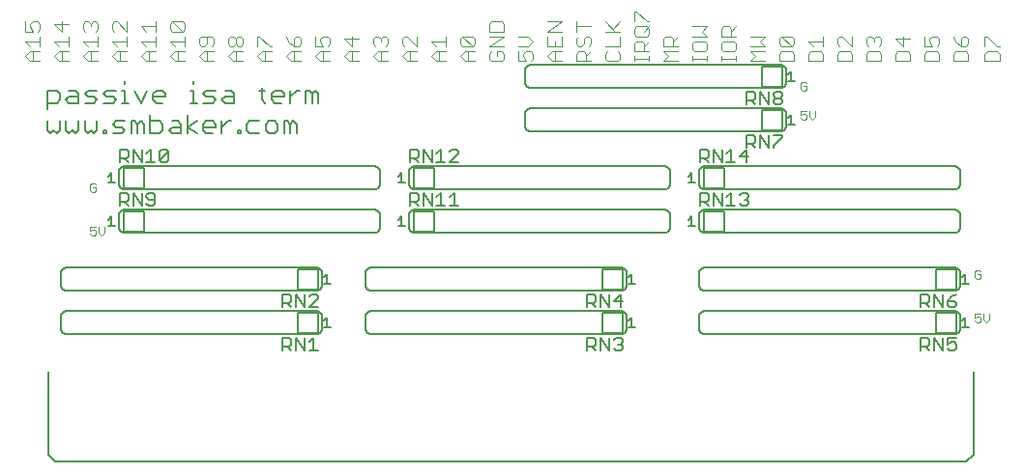
<source format=gto>
G75*
%MOIN*%
%OFA0B0*%
%FSLAX24Y24*%
%IPPOS*%
%LPD*%
%AMOC8*
5,1,8,0,0,1.08239X$1,22.5*
%
%ADD10C,0.0040*%
%ADD11C,0.0030*%
%ADD12C,0.0060*%
%ADD13C,0.0080*%
%ADD14C,0.0050*%
D10*
X000613Y013960D02*
X000440Y014133D01*
X000613Y014307D01*
X000960Y014307D01*
X000960Y014476D02*
X000960Y014823D01*
X000960Y014649D02*
X000440Y014649D01*
X000613Y014476D01*
X000700Y014307D02*
X000700Y013960D01*
X000613Y013960D02*
X000960Y013960D01*
X001440Y014133D02*
X001613Y014307D01*
X001960Y014307D01*
X001960Y014476D02*
X001960Y014823D01*
X001960Y014649D02*
X001440Y014649D01*
X001613Y014476D01*
X001700Y014307D02*
X001700Y013960D01*
X001613Y013960D02*
X001440Y014133D01*
X001613Y013960D02*
X001960Y013960D01*
X002440Y014133D02*
X002613Y014307D01*
X002960Y014307D01*
X002960Y014476D02*
X002960Y014823D01*
X002960Y014649D02*
X002440Y014649D01*
X002613Y014476D01*
X002700Y014307D02*
X002700Y013960D01*
X002613Y013960D02*
X002440Y014133D01*
X002613Y013960D02*
X002960Y013960D01*
X003440Y014133D02*
X003613Y014307D01*
X003960Y014307D01*
X003960Y014476D02*
X003960Y014823D01*
X003960Y014991D02*
X003613Y015338D01*
X003526Y015338D01*
X003440Y015252D01*
X003440Y015078D01*
X003526Y014991D01*
X003960Y014991D02*
X003960Y015338D01*
X004440Y015165D02*
X004960Y015165D01*
X004960Y015338D02*
X004960Y014991D01*
X004960Y014823D02*
X004960Y014476D01*
X004960Y014307D02*
X004613Y014307D01*
X004440Y014133D01*
X004613Y013960D01*
X004960Y013960D01*
X004700Y013960D02*
X004700Y014307D01*
X004613Y014476D02*
X004440Y014649D01*
X004960Y014649D01*
X005440Y014649D02*
X005960Y014649D01*
X005960Y014476D02*
X005960Y014823D01*
X005873Y014991D02*
X005526Y015338D01*
X005873Y015338D01*
X005960Y015252D01*
X005960Y015078D01*
X005873Y014991D01*
X005526Y014991D01*
X005440Y015078D01*
X005440Y015252D01*
X005526Y015338D01*
X004613Y014991D02*
X004440Y015165D01*
X003960Y014649D02*
X003440Y014649D01*
X003613Y014476D01*
X003700Y014307D02*
X003700Y013960D01*
X003613Y013960D02*
X003440Y014133D01*
X003613Y013960D02*
X003960Y013960D01*
X005440Y014133D02*
X005613Y014307D01*
X005960Y014307D01*
X005700Y014307D02*
X005700Y013960D01*
X005613Y013960D02*
X005440Y014133D01*
X005613Y013960D02*
X005960Y013960D01*
X006440Y014133D02*
X006613Y014307D01*
X006960Y014307D01*
X006873Y014476D02*
X006960Y014562D01*
X006960Y014736D01*
X006873Y014823D01*
X006526Y014823D01*
X006440Y014736D01*
X006440Y014562D01*
X006526Y014476D01*
X006613Y014476D01*
X006700Y014562D01*
X006700Y014823D01*
X007440Y014736D02*
X007440Y014562D01*
X007526Y014476D01*
X007613Y014476D01*
X007700Y014562D01*
X007700Y014736D01*
X007787Y014823D01*
X007873Y014823D01*
X007960Y014736D01*
X007960Y014562D01*
X007873Y014476D01*
X007787Y014476D01*
X007700Y014562D01*
X007700Y014736D02*
X007613Y014823D01*
X007526Y014823D01*
X007440Y014736D01*
X007613Y014307D02*
X007960Y014307D01*
X007700Y014307D02*
X007700Y013960D01*
X007613Y013960D02*
X007960Y013960D01*
X007613Y013960D02*
X007440Y014133D01*
X007613Y014307D01*
X006960Y013960D02*
X006613Y013960D01*
X006440Y014133D01*
X006700Y013960D02*
X006700Y014307D01*
X005613Y014476D02*
X005440Y014649D01*
X002960Y015078D02*
X002873Y014991D01*
X002960Y015078D02*
X002960Y015252D01*
X002873Y015338D01*
X002787Y015338D01*
X002700Y015252D01*
X002700Y015165D01*
X002700Y015252D02*
X002613Y015338D01*
X002526Y015338D01*
X002440Y015252D01*
X002440Y015078D01*
X002526Y014991D01*
X001960Y015252D02*
X001440Y015252D01*
X001700Y014991D01*
X001700Y015338D01*
X000960Y015252D02*
X000960Y015078D01*
X000873Y014991D01*
X000700Y014991D02*
X000613Y015165D01*
X000613Y015252D01*
X000700Y015338D01*
X000873Y015338D01*
X000960Y015252D01*
X000700Y014991D02*
X000440Y014991D01*
X000440Y015338D01*
X008440Y014823D02*
X008440Y014476D01*
X008613Y014307D02*
X008960Y014307D01*
X008960Y014476D02*
X008873Y014476D01*
X008526Y014823D01*
X008440Y014823D01*
X008613Y014307D02*
X008440Y014133D01*
X008613Y013960D01*
X008960Y013960D01*
X008700Y013960D02*
X008700Y014307D01*
X009440Y014133D02*
X009613Y013960D01*
X009960Y013960D01*
X009700Y013960D02*
X009700Y014307D01*
X009613Y014307D02*
X009960Y014307D01*
X009873Y014476D02*
X009700Y014476D01*
X009700Y014736D01*
X009787Y014823D01*
X009873Y014823D01*
X009960Y014736D01*
X009960Y014562D01*
X009873Y014476D01*
X009700Y014476D02*
X009526Y014649D01*
X009440Y014823D01*
X010440Y014823D02*
X010440Y014476D01*
X010700Y014476D01*
X010613Y014649D01*
X010613Y014736D01*
X010700Y014823D01*
X010873Y014823D01*
X010960Y014736D01*
X010960Y014562D01*
X010873Y014476D01*
X010960Y014307D02*
X010613Y014307D01*
X010440Y014133D01*
X010613Y013960D01*
X010960Y013960D01*
X010700Y013960D02*
X010700Y014307D01*
X011440Y014133D02*
X011613Y014307D01*
X011960Y014307D01*
X011700Y014307D02*
X011700Y013960D01*
X011613Y013960D02*
X011440Y014133D01*
X011613Y013960D02*
X011960Y013960D01*
X012440Y014133D02*
X012613Y014307D01*
X012960Y014307D01*
X012873Y014476D02*
X012960Y014562D01*
X012960Y014736D01*
X012873Y014823D01*
X012787Y014823D01*
X012700Y014736D01*
X012700Y014649D01*
X012700Y014736D02*
X012613Y014823D01*
X012526Y014823D01*
X012440Y014736D01*
X012440Y014562D01*
X012526Y014476D01*
X012700Y014307D02*
X012700Y013960D01*
X012613Y013960D02*
X012440Y014133D01*
X012613Y013960D02*
X012960Y013960D01*
X013440Y014133D02*
X013613Y014307D01*
X013960Y014307D01*
X013960Y014476D02*
X013613Y014823D01*
X013526Y014823D01*
X013440Y014736D01*
X013440Y014562D01*
X013526Y014476D01*
X013700Y014307D02*
X013700Y013960D01*
X013613Y013960D02*
X013440Y014133D01*
X013613Y013960D02*
X013960Y013960D01*
X014440Y014133D02*
X014613Y014307D01*
X014960Y014307D01*
X014960Y014476D02*
X014960Y014823D01*
X014960Y014649D02*
X014440Y014649D01*
X014613Y014476D01*
X014700Y014307D02*
X014700Y013960D01*
X014613Y013960D02*
X014960Y013960D01*
X014613Y013960D02*
X014440Y014133D01*
X013960Y014476D02*
X013960Y014823D01*
X015440Y014736D02*
X015440Y014562D01*
X015526Y014476D01*
X015873Y014476D01*
X015526Y014823D01*
X015873Y014823D01*
X015960Y014736D01*
X015960Y014562D01*
X015873Y014476D01*
X015960Y014307D02*
X015613Y014307D01*
X015440Y014133D01*
X015613Y013960D01*
X015960Y013960D01*
X015700Y013960D02*
X015700Y014307D01*
X015440Y014736D02*
X015526Y014823D01*
X016440Y014823D02*
X016960Y014823D01*
X016440Y014476D01*
X016960Y014476D01*
X016873Y014307D02*
X016700Y014307D01*
X016700Y014133D01*
X016873Y013960D02*
X016526Y013960D01*
X016440Y014047D01*
X016440Y014220D01*
X016526Y014307D01*
X016873Y014307D02*
X016960Y014220D01*
X016960Y014047D01*
X016873Y013960D01*
X017440Y013960D02*
X017440Y014307D01*
X017440Y014476D02*
X017787Y014476D01*
X017960Y014649D01*
X017787Y014823D01*
X017440Y014823D01*
X016960Y014991D02*
X016960Y015252D01*
X016873Y015338D01*
X016526Y015338D01*
X016440Y015252D01*
X016440Y014991D01*
X016960Y014991D01*
X017700Y014307D02*
X017873Y014307D01*
X017960Y014220D01*
X017960Y014047D01*
X017873Y013960D01*
X017700Y013960D02*
X017613Y014133D01*
X017613Y014220D01*
X017700Y014307D01*
X017700Y013960D02*
X017440Y013960D01*
X018440Y014133D02*
X018613Y014307D01*
X018960Y014307D01*
X018960Y014476D02*
X018960Y014823D01*
X018960Y014991D02*
X018440Y014991D01*
X018960Y015338D01*
X018440Y015338D01*
X018440Y014823D02*
X018440Y014476D01*
X018960Y014476D01*
X018700Y014476D02*
X018700Y014649D01*
X018700Y014307D02*
X018700Y013960D01*
X018613Y013960D02*
X018440Y014133D01*
X018613Y013960D02*
X018960Y013960D01*
X019440Y013960D02*
X019440Y014220D01*
X019526Y014307D01*
X019700Y014307D01*
X019787Y014220D01*
X019787Y013960D01*
X019960Y013960D02*
X019440Y013960D01*
X019787Y014133D02*
X019960Y014307D01*
X019873Y014476D02*
X019960Y014562D01*
X019960Y014736D01*
X019873Y014823D01*
X019787Y014823D01*
X019700Y014736D01*
X019700Y014562D01*
X019613Y014476D01*
X019526Y014476D01*
X019440Y014562D01*
X019440Y014736D01*
X019526Y014823D01*
X019440Y014991D02*
X019440Y015338D01*
X019440Y015165D02*
X019960Y015165D01*
X020440Y015338D02*
X020787Y014991D01*
X020700Y015078D02*
X020960Y015338D01*
X021440Y015335D02*
X021440Y015682D01*
X021526Y015682D01*
X021873Y015335D01*
X021960Y015335D01*
X021960Y015166D02*
X021787Y014993D01*
X021960Y015080D02*
X021960Y014906D01*
X021873Y014819D01*
X021526Y014819D01*
X021440Y014906D01*
X021440Y015080D01*
X021526Y015166D01*
X021873Y015166D01*
X021960Y015080D01*
X021960Y014651D02*
X021787Y014477D01*
X021787Y014564D02*
X021787Y014304D01*
X021960Y014304D02*
X021440Y014304D01*
X021440Y014564D01*
X021526Y014651D01*
X021700Y014651D01*
X021787Y014564D01*
X021960Y014133D02*
X021960Y013960D01*
X021960Y014047D02*
X021440Y014047D01*
X021440Y014133D02*
X021440Y013960D01*
X020960Y014047D02*
X020960Y014220D01*
X020873Y014307D01*
X020960Y014476D02*
X020440Y014476D01*
X020526Y014307D02*
X020440Y014220D01*
X020440Y014047D01*
X020526Y013960D01*
X020873Y013960D01*
X020960Y014047D01*
X020960Y014476D02*
X020960Y014823D01*
X020960Y014991D02*
X020440Y014991D01*
X022440Y014736D02*
X022440Y014476D01*
X022960Y014476D01*
X022960Y014307D02*
X022440Y014307D01*
X022613Y014133D01*
X022440Y013960D01*
X022960Y013960D01*
X023440Y013960D02*
X023440Y014133D01*
X023440Y014047D02*
X023960Y014047D01*
X023960Y014133D02*
X023960Y013960D01*
X023873Y014304D02*
X023526Y014304D01*
X023440Y014390D01*
X023440Y014564D01*
X023526Y014651D01*
X023873Y014651D01*
X023960Y014564D01*
X023960Y014390D01*
X023873Y014304D01*
X024440Y014390D02*
X024526Y014304D01*
X024873Y014304D01*
X024960Y014390D01*
X024960Y014564D01*
X024873Y014651D01*
X024526Y014651D01*
X024440Y014564D01*
X024440Y014390D01*
X024440Y014133D02*
X024440Y013960D01*
X024440Y014047D02*
X024960Y014047D01*
X024960Y014133D02*
X024960Y013960D01*
X025440Y013960D02*
X025613Y014133D01*
X025440Y014307D01*
X025960Y014307D01*
X025960Y014476D02*
X025787Y014649D01*
X025960Y014823D01*
X025440Y014823D01*
X024960Y014819D02*
X024440Y014819D01*
X024440Y015080D01*
X024526Y015166D01*
X024700Y015166D01*
X024787Y015080D01*
X024787Y014819D01*
X024787Y014993D02*
X024960Y015166D01*
X023960Y015166D02*
X023787Y014993D01*
X023960Y014819D01*
X023440Y014819D01*
X023440Y015166D02*
X023960Y015166D01*
X022960Y014823D02*
X022787Y014649D01*
X022787Y014736D02*
X022787Y014476D01*
X022787Y014736D02*
X022700Y014823D01*
X022526Y014823D01*
X022440Y014736D01*
X025440Y014476D02*
X025960Y014476D01*
X026440Y014562D02*
X026440Y014736D01*
X026526Y014823D01*
X026873Y014476D01*
X026960Y014562D01*
X026960Y014736D01*
X026873Y014823D01*
X026526Y014823D01*
X026440Y014562D02*
X026526Y014476D01*
X026873Y014476D01*
X026873Y014307D02*
X026526Y014307D01*
X026440Y014220D01*
X026440Y013960D01*
X026960Y013960D01*
X026960Y014220D01*
X026873Y014307D01*
X027440Y014220D02*
X027440Y013960D01*
X027960Y013960D01*
X027960Y014220D01*
X027873Y014307D01*
X027526Y014307D01*
X027440Y014220D01*
X027613Y014476D02*
X027440Y014649D01*
X027960Y014649D01*
X027960Y014476D02*
X027960Y014823D01*
X028440Y014736D02*
X028440Y014562D01*
X028526Y014476D01*
X028526Y014307D02*
X028440Y014220D01*
X028440Y013960D01*
X028960Y013960D01*
X028960Y014220D01*
X028873Y014307D01*
X028526Y014307D01*
X028440Y014736D02*
X028526Y014823D01*
X028613Y014823D01*
X028960Y014476D01*
X028960Y014823D01*
X029440Y014736D02*
X029526Y014823D01*
X029613Y014823D01*
X029700Y014736D01*
X029787Y014823D01*
X029873Y014823D01*
X029960Y014736D01*
X029960Y014562D01*
X029873Y014476D01*
X029873Y014307D02*
X029526Y014307D01*
X029440Y014220D01*
X029440Y013960D01*
X029960Y013960D01*
X029960Y014220D01*
X029873Y014307D01*
X029526Y014476D02*
X029440Y014562D01*
X029440Y014736D01*
X029700Y014736D02*
X029700Y014649D01*
X030440Y014736D02*
X030700Y014476D01*
X030700Y014823D01*
X030960Y014736D02*
X030440Y014736D01*
X030526Y014307D02*
X030440Y014220D01*
X030440Y013960D01*
X030960Y013960D01*
X030960Y014220D01*
X030873Y014307D01*
X030526Y014307D01*
X031440Y014220D02*
X031440Y013960D01*
X031960Y013960D01*
X031960Y014220D01*
X031873Y014307D01*
X031526Y014307D01*
X031440Y014220D01*
X031440Y014476D02*
X031700Y014476D01*
X031613Y014649D01*
X031613Y014736D01*
X031700Y014823D01*
X031873Y014823D01*
X031960Y014736D01*
X031960Y014562D01*
X031873Y014476D01*
X031440Y014476D02*
X031440Y014823D01*
X032440Y014823D02*
X032526Y014649D01*
X032700Y014476D01*
X032700Y014736D01*
X032787Y014823D01*
X032873Y014823D01*
X032960Y014736D01*
X032960Y014562D01*
X032873Y014476D01*
X032700Y014476D01*
X032873Y014307D02*
X032526Y014307D01*
X032440Y014220D01*
X032440Y013960D01*
X032960Y013960D01*
X032960Y014220D01*
X032873Y014307D01*
X033510Y014220D02*
X033510Y013960D01*
X034030Y013960D01*
X034030Y014220D01*
X033943Y014307D01*
X033596Y014307D01*
X033510Y014220D01*
X033510Y014476D02*
X033510Y014823D01*
X033596Y014823D01*
X033943Y014476D01*
X034030Y014476D01*
X025960Y013960D02*
X025440Y013960D01*
X011960Y014736D02*
X011440Y014736D01*
X011700Y014476D01*
X011700Y014823D01*
X009613Y014307D02*
X009440Y014133D01*
D11*
X002888Y009697D02*
X002840Y009745D01*
X002743Y009745D01*
X002695Y009697D01*
X002695Y009503D01*
X002743Y009455D01*
X002840Y009455D01*
X002888Y009503D01*
X002888Y009600D01*
X002792Y009600D01*
X002888Y008245D02*
X002695Y008245D01*
X002695Y008100D01*
X002792Y008148D01*
X002840Y008148D01*
X002888Y008100D01*
X002888Y008003D01*
X002840Y007955D01*
X002743Y007955D01*
X002695Y008003D01*
X002990Y008052D02*
X002990Y008245D01*
X003183Y008245D02*
X003183Y008052D01*
X003086Y007955D01*
X002990Y008052D01*
X027195Y012003D02*
X027243Y011955D01*
X027340Y011955D01*
X027388Y012003D01*
X027388Y012100D01*
X027340Y012148D01*
X027292Y012148D01*
X027195Y012100D01*
X027195Y012245D01*
X027388Y012245D01*
X027490Y012245D02*
X027490Y012052D01*
X027586Y011955D01*
X027683Y012052D01*
X027683Y012245D01*
X027340Y012955D02*
X027388Y013003D01*
X027388Y013100D01*
X027292Y013100D01*
X027388Y013197D02*
X027340Y013245D01*
X027243Y013245D01*
X027195Y013197D01*
X027195Y013003D01*
X027243Y012955D01*
X027340Y012955D01*
X033243Y006745D02*
X033195Y006697D01*
X033195Y006503D01*
X033243Y006455D01*
X033340Y006455D01*
X033388Y006503D01*
X033388Y006600D01*
X033292Y006600D01*
X033388Y006697D02*
X033340Y006745D01*
X033243Y006745D01*
X033195Y005245D02*
X033195Y005100D01*
X033292Y005148D01*
X033340Y005148D01*
X033388Y005100D01*
X033388Y005003D01*
X033340Y004955D01*
X033243Y004955D01*
X033195Y005003D01*
X033195Y005245D02*
X033388Y005245D01*
X033490Y005245D02*
X033490Y005052D01*
X033586Y004955D01*
X033683Y005052D01*
X033683Y005245D01*
D12*
X032680Y005140D02*
X032680Y004740D01*
X032678Y004714D01*
X032673Y004688D01*
X032665Y004663D01*
X032653Y004640D01*
X032639Y004618D01*
X032621Y004599D01*
X032602Y004581D01*
X032580Y004567D01*
X032557Y004555D01*
X032532Y004547D01*
X032506Y004542D01*
X032480Y004540D01*
X023880Y004540D01*
X023854Y004542D01*
X023828Y004547D01*
X023803Y004555D01*
X023780Y004567D01*
X023758Y004581D01*
X023739Y004599D01*
X023721Y004618D01*
X023707Y004640D01*
X023695Y004663D01*
X023687Y004688D01*
X023682Y004714D01*
X023680Y004740D01*
X023680Y005140D01*
X023682Y005166D01*
X023687Y005192D01*
X023695Y005217D01*
X023707Y005240D01*
X023721Y005262D01*
X023739Y005281D01*
X023758Y005299D01*
X023780Y005313D01*
X023803Y005325D01*
X023828Y005333D01*
X023854Y005338D01*
X023880Y005340D01*
X032480Y005340D01*
X032530Y005290D02*
X032530Y004590D01*
X031830Y004590D01*
X031830Y005290D01*
X032530Y005290D01*
X032480Y005340D02*
X032506Y005338D01*
X032532Y005333D01*
X032557Y005325D01*
X032580Y005313D01*
X032602Y005299D01*
X032621Y005281D01*
X032639Y005262D01*
X032653Y005240D01*
X032665Y005217D01*
X032673Y005192D01*
X032678Y005166D01*
X032680Y005140D01*
X032480Y006040D02*
X023880Y006040D01*
X023854Y006042D01*
X023828Y006047D01*
X023803Y006055D01*
X023780Y006067D01*
X023758Y006081D01*
X023739Y006099D01*
X023721Y006118D01*
X023707Y006140D01*
X023695Y006163D01*
X023687Y006188D01*
X023682Y006214D01*
X023680Y006240D01*
X023680Y006640D01*
X023682Y006666D01*
X023687Y006692D01*
X023695Y006717D01*
X023707Y006740D01*
X023721Y006762D01*
X023739Y006781D01*
X023758Y006799D01*
X023780Y006813D01*
X023803Y006825D01*
X023828Y006833D01*
X023854Y006838D01*
X023880Y006840D01*
X032480Y006840D01*
X032530Y006790D02*
X032530Y006090D01*
X031830Y006090D01*
X031830Y006790D01*
X032530Y006790D01*
X032480Y006840D02*
X032506Y006838D01*
X032532Y006833D01*
X032557Y006825D01*
X032580Y006813D01*
X032602Y006799D01*
X032621Y006781D01*
X032639Y006762D01*
X032653Y006740D01*
X032665Y006717D01*
X032673Y006692D01*
X032678Y006666D01*
X032680Y006640D01*
X032680Y006240D01*
X032678Y006214D01*
X032673Y006188D01*
X032665Y006163D01*
X032653Y006140D01*
X032639Y006118D01*
X032621Y006099D01*
X032602Y006081D01*
X032580Y006067D01*
X032557Y006055D01*
X032532Y006047D01*
X032506Y006042D01*
X032480Y006040D01*
X032480Y008040D02*
X023880Y008040D01*
X023830Y008090D02*
X023830Y008790D01*
X024530Y008790D01*
X024530Y008090D01*
X023830Y008090D01*
X023880Y008040D02*
X023854Y008042D01*
X023828Y008047D01*
X023803Y008055D01*
X023780Y008067D01*
X023758Y008081D01*
X023739Y008099D01*
X023721Y008118D01*
X023707Y008140D01*
X023695Y008163D01*
X023687Y008188D01*
X023682Y008214D01*
X023680Y008240D01*
X023680Y008640D01*
X023682Y008666D01*
X023687Y008692D01*
X023695Y008717D01*
X023707Y008740D01*
X023721Y008762D01*
X023739Y008781D01*
X023758Y008799D01*
X023780Y008813D01*
X023803Y008825D01*
X023828Y008833D01*
X023854Y008838D01*
X023880Y008840D01*
X032480Y008840D01*
X032506Y008838D01*
X032532Y008833D01*
X032557Y008825D01*
X032580Y008813D01*
X032602Y008799D01*
X032621Y008781D01*
X032639Y008762D01*
X032653Y008740D01*
X032665Y008717D01*
X032673Y008692D01*
X032678Y008666D01*
X032680Y008640D01*
X032680Y008240D01*
X032678Y008214D01*
X032673Y008188D01*
X032665Y008163D01*
X032653Y008140D01*
X032639Y008118D01*
X032621Y008099D01*
X032602Y008081D01*
X032580Y008067D01*
X032557Y008055D01*
X032532Y008047D01*
X032506Y008042D01*
X032480Y008040D01*
X032480Y009540D02*
X023880Y009540D01*
X023830Y009590D02*
X023830Y010290D01*
X024530Y010290D01*
X024530Y009590D01*
X023830Y009590D01*
X023880Y009540D02*
X023854Y009542D01*
X023828Y009547D01*
X023803Y009555D01*
X023780Y009567D01*
X023758Y009581D01*
X023739Y009599D01*
X023721Y009618D01*
X023707Y009640D01*
X023695Y009663D01*
X023687Y009688D01*
X023682Y009714D01*
X023680Y009740D01*
X023680Y010140D01*
X023682Y010166D01*
X023687Y010192D01*
X023695Y010217D01*
X023707Y010240D01*
X023721Y010262D01*
X023739Y010281D01*
X023758Y010299D01*
X023780Y010313D01*
X023803Y010325D01*
X023828Y010333D01*
X023854Y010338D01*
X023880Y010340D01*
X032480Y010340D01*
X032506Y010338D01*
X032532Y010333D01*
X032557Y010325D01*
X032580Y010313D01*
X032602Y010299D01*
X032621Y010281D01*
X032639Y010262D01*
X032653Y010240D01*
X032665Y010217D01*
X032673Y010192D01*
X032678Y010166D01*
X032680Y010140D01*
X032680Y009740D01*
X032678Y009714D01*
X032673Y009688D01*
X032665Y009663D01*
X032653Y009640D01*
X032639Y009618D01*
X032621Y009599D01*
X032602Y009581D01*
X032580Y009567D01*
X032557Y009555D01*
X032532Y009547D01*
X032506Y009542D01*
X032480Y009540D01*
X026680Y011740D02*
X026680Y012140D01*
X026678Y012166D01*
X026673Y012192D01*
X026665Y012217D01*
X026653Y012240D01*
X026639Y012262D01*
X026621Y012281D01*
X026602Y012299D01*
X026580Y012313D01*
X026557Y012325D01*
X026532Y012333D01*
X026506Y012338D01*
X026480Y012340D01*
X017880Y012340D01*
X017854Y012338D01*
X017828Y012333D01*
X017803Y012325D01*
X017780Y012313D01*
X017758Y012299D01*
X017739Y012281D01*
X017721Y012262D01*
X017707Y012240D01*
X017695Y012217D01*
X017687Y012192D01*
X017682Y012166D01*
X017680Y012140D01*
X017680Y011740D01*
X017682Y011714D01*
X017687Y011688D01*
X017695Y011663D01*
X017707Y011640D01*
X017721Y011618D01*
X017739Y011599D01*
X017758Y011581D01*
X017780Y011567D01*
X017803Y011555D01*
X017828Y011547D01*
X017854Y011542D01*
X017880Y011540D01*
X026480Y011540D01*
X026530Y011590D02*
X025830Y011590D01*
X025830Y012290D01*
X026530Y012290D01*
X026530Y011590D01*
X026480Y011540D02*
X026506Y011542D01*
X026532Y011547D01*
X026557Y011555D01*
X026580Y011567D01*
X026602Y011581D01*
X026621Y011599D01*
X026639Y011618D01*
X026653Y011640D01*
X026665Y011663D01*
X026673Y011688D01*
X026678Y011714D01*
X026680Y011740D01*
X026480Y013040D02*
X017880Y013040D01*
X017854Y013042D01*
X017828Y013047D01*
X017803Y013055D01*
X017780Y013067D01*
X017758Y013081D01*
X017739Y013099D01*
X017721Y013118D01*
X017707Y013140D01*
X017695Y013163D01*
X017687Y013188D01*
X017682Y013214D01*
X017680Y013240D01*
X017680Y013640D01*
X017682Y013666D01*
X017687Y013692D01*
X017695Y013717D01*
X017707Y013740D01*
X017721Y013762D01*
X017739Y013781D01*
X017758Y013799D01*
X017780Y013813D01*
X017803Y013825D01*
X017828Y013833D01*
X017854Y013838D01*
X017880Y013840D01*
X026480Y013840D01*
X026530Y013790D02*
X025830Y013790D01*
X025830Y013090D01*
X026530Y013090D01*
X026530Y013790D01*
X026480Y013840D02*
X026506Y013838D01*
X026532Y013833D01*
X026557Y013825D01*
X026580Y013813D01*
X026602Y013799D01*
X026621Y013781D01*
X026639Y013762D01*
X026653Y013740D01*
X026665Y013717D01*
X026673Y013692D01*
X026678Y013666D01*
X026680Y013640D01*
X026680Y013240D01*
X026678Y013214D01*
X026673Y013188D01*
X026665Y013163D01*
X026653Y013140D01*
X026639Y013118D01*
X026621Y013099D01*
X026602Y013081D01*
X026580Y013067D01*
X026557Y013055D01*
X026532Y013047D01*
X026506Y013042D01*
X026480Y013040D01*
X022480Y010340D02*
X013880Y010340D01*
X013830Y010290D02*
X014530Y010290D01*
X014530Y009590D01*
X013830Y009590D01*
X013830Y010290D01*
X013880Y010340D02*
X013854Y010338D01*
X013828Y010333D01*
X013803Y010325D01*
X013780Y010313D01*
X013758Y010299D01*
X013739Y010281D01*
X013721Y010262D01*
X013707Y010240D01*
X013695Y010217D01*
X013687Y010192D01*
X013682Y010166D01*
X013680Y010140D01*
X013680Y009740D01*
X013682Y009714D01*
X013687Y009688D01*
X013695Y009663D01*
X013707Y009640D01*
X013721Y009618D01*
X013739Y009599D01*
X013758Y009581D01*
X013780Y009567D01*
X013803Y009555D01*
X013828Y009547D01*
X013854Y009542D01*
X013880Y009540D01*
X022480Y009540D01*
X022506Y009542D01*
X022532Y009547D01*
X022557Y009555D01*
X022580Y009567D01*
X022602Y009581D01*
X022621Y009599D01*
X022639Y009618D01*
X022653Y009640D01*
X022665Y009663D01*
X022673Y009688D01*
X022678Y009714D01*
X022680Y009740D01*
X022680Y010140D01*
X022678Y010166D01*
X022673Y010192D01*
X022665Y010217D01*
X022653Y010240D01*
X022639Y010262D01*
X022621Y010281D01*
X022602Y010299D01*
X022580Y010313D01*
X022557Y010325D01*
X022532Y010333D01*
X022506Y010338D01*
X022480Y010340D01*
X022480Y008840D02*
X013880Y008840D01*
X013830Y008790D02*
X014530Y008790D01*
X014530Y008090D01*
X013830Y008090D01*
X013830Y008790D01*
X013880Y008840D02*
X013854Y008838D01*
X013828Y008833D01*
X013803Y008825D01*
X013780Y008813D01*
X013758Y008799D01*
X013739Y008781D01*
X013721Y008762D01*
X013707Y008740D01*
X013695Y008717D01*
X013687Y008692D01*
X013682Y008666D01*
X013680Y008640D01*
X013680Y008240D01*
X013682Y008214D01*
X013687Y008188D01*
X013695Y008163D01*
X013707Y008140D01*
X013721Y008118D01*
X013739Y008099D01*
X013758Y008081D01*
X013780Y008067D01*
X013803Y008055D01*
X013828Y008047D01*
X013854Y008042D01*
X013880Y008040D01*
X022480Y008040D01*
X022506Y008042D01*
X022532Y008047D01*
X022557Y008055D01*
X022580Y008067D01*
X022602Y008081D01*
X022621Y008099D01*
X022639Y008118D01*
X022653Y008140D01*
X022665Y008163D01*
X022673Y008188D01*
X022678Y008214D01*
X022680Y008240D01*
X022680Y008640D01*
X022678Y008666D01*
X022673Y008692D01*
X022665Y008717D01*
X022653Y008740D01*
X022639Y008762D01*
X022621Y008781D01*
X022602Y008799D01*
X022580Y008813D01*
X022557Y008825D01*
X022532Y008833D01*
X022506Y008838D01*
X022480Y008840D01*
X020980Y006840D02*
X012380Y006840D01*
X012354Y006838D01*
X012328Y006833D01*
X012303Y006825D01*
X012280Y006813D01*
X012258Y006799D01*
X012239Y006781D01*
X012221Y006762D01*
X012207Y006740D01*
X012195Y006717D01*
X012187Y006692D01*
X012182Y006666D01*
X012180Y006640D01*
X012180Y006240D01*
X012182Y006214D01*
X012187Y006188D01*
X012195Y006163D01*
X012207Y006140D01*
X012221Y006118D01*
X012239Y006099D01*
X012258Y006081D01*
X012280Y006067D01*
X012303Y006055D01*
X012328Y006047D01*
X012354Y006042D01*
X012380Y006040D01*
X020980Y006040D01*
X021030Y006090D02*
X020330Y006090D01*
X020330Y006790D01*
X021030Y006790D01*
X021030Y006090D01*
X020980Y006040D02*
X021006Y006042D01*
X021032Y006047D01*
X021057Y006055D01*
X021080Y006067D01*
X021102Y006081D01*
X021121Y006099D01*
X021139Y006118D01*
X021153Y006140D01*
X021165Y006163D01*
X021173Y006188D01*
X021178Y006214D01*
X021180Y006240D01*
X021180Y006640D01*
X021178Y006666D01*
X021173Y006692D01*
X021165Y006717D01*
X021153Y006740D01*
X021139Y006762D01*
X021121Y006781D01*
X021102Y006799D01*
X021080Y006813D01*
X021057Y006825D01*
X021032Y006833D01*
X021006Y006838D01*
X020980Y006840D01*
X020980Y005340D02*
X012380Y005340D01*
X012354Y005338D01*
X012328Y005333D01*
X012303Y005325D01*
X012280Y005313D01*
X012258Y005299D01*
X012239Y005281D01*
X012221Y005262D01*
X012207Y005240D01*
X012195Y005217D01*
X012187Y005192D01*
X012182Y005166D01*
X012180Y005140D01*
X012180Y004740D01*
X012182Y004714D01*
X012187Y004688D01*
X012195Y004663D01*
X012207Y004640D01*
X012221Y004618D01*
X012239Y004599D01*
X012258Y004581D01*
X012280Y004567D01*
X012303Y004555D01*
X012328Y004547D01*
X012354Y004542D01*
X012380Y004540D01*
X020980Y004540D01*
X021030Y004590D02*
X020330Y004590D01*
X020330Y005290D01*
X021030Y005290D01*
X021030Y004590D01*
X020980Y004540D02*
X021006Y004542D01*
X021032Y004547D01*
X021057Y004555D01*
X021080Y004567D01*
X021102Y004581D01*
X021121Y004599D01*
X021139Y004618D01*
X021153Y004640D01*
X021165Y004663D01*
X021173Y004688D01*
X021178Y004714D01*
X021180Y004740D01*
X021180Y005140D01*
X021178Y005166D01*
X021173Y005192D01*
X021165Y005217D01*
X021153Y005240D01*
X021139Y005262D01*
X021121Y005281D01*
X021102Y005299D01*
X021080Y005313D01*
X021057Y005325D01*
X021032Y005333D01*
X021006Y005338D01*
X020980Y005340D01*
X012680Y008240D02*
X012680Y008640D01*
X012678Y008666D01*
X012673Y008692D01*
X012665Y008717D01*
X012653Y008740D01*
X012639Y008762D01*
X012621Y008781D01*
X012602Y008799D01*
X012580Y008813D01*
X012557Y008825D01*
X012532Y008833D01*
X012506Y008838D01*
X012480Y008840D01*
X003880Y008840D01*
X003830Y008790D02*
X004530Y008790D01*
X004530Y008090D01*
X003830Y008090D01*
X003830Y008790D01*
X003880Y008840D02*
X003854Y008838D01*
X003828Y008833D01*
X003803Y008825D01*
X003780Y008813D01*
X003758Y008799D01*
X003739Y008781D01*
X003721Y008762D01*
X003707Y008740D01*
X003695Y008717D01*
X003687Y008692D01*
X003682Y008666D01*
X003680Y008640D01*
X003680Y008240D01*
X003682Y008214D01*
X003687Y008188D01*
X003695Y008163D01*
X003707Y008140D01*
X003721Y008118D01*
X003739Y008099D01*
X003758Y008081D01*
X003780Y008067D01*
X003803Y008055D01*
X003828Y008047D01*
X003854Y008042D01*
X003880Y008040D01*
X012480Y008040D01*
X012506Y008042D01*
X012532Y008047D01*
X012557Y008055D01*
X012580Y008067D01*
X012602Y008081D01*
X012621Y008099D01*
X012639Y008118D01*
X012653Y008140D01*
X012665Y008163D01*
X012673Y008188D01*
X012678Y008214D01*
X012680Y008240D01*
X012480Y009540D02*
X003880Y009540D01*
X003830Y009590D02*
X003830Y010290D01*
X004530Y010290D01*
X004530Y009590D01*
X003830Y009590D01*
X003880Y009540D02*
X003854Y009542D01*
X003828Y009547D01*
X003803Y009555D01*
X003780Y009567D01*
X003758Y009581D01*
X003739Y009599D01*
X003721Y009618D01*
X003707Y009640D01*
X003695Y009663D01*
X003687Y009688D01*
X003682Y009714D01*
X003680Y009740D01*
X003680Y010140D01*
X003682Y010166D01*
X003687Y010192D01*
X003695Y010217D01*
X003707Y010240D01*
X003721Y010262D01*
X003739Y010281D01*
X003758Y010299D01*
X003780Y010313D01*
X003803Y010325D01*
X003828Y010333D01*
X003854Y010338D01*
X003880Y010340D01*
X012480Y010340D01*
X012506Y010338D01*
X012532Y010333D01*
X012557Y010325D01*
X012580Y010313D01*
X012602Y010299D01*
X012621Y010281D01*
X012639Y010262D01*
X012653Y010240D01*
X012665Y010217D01*
X012673Y010192D01*
X012678Y010166D01*
X012680Y010140D01*
X012680Y009740D01*
X012678Y009714D01*
X012673Y009688D01*
X012665Y009663D01*
X012653Y009640D01*
X012639Y009618D01*
X012621Y009599D01*
X012602Y009581D01*
X012580Y009567D01*
X012557Y009555D01*
X012532Y009547D01*
X012506Y009542D01*
X012480Y009540D01*
X009801Y011470D02*
X009801Y011790D01*
X009695Y011897D01*
X009588Y011790D01*
X009588Y011470D01*
X009374Y011470D02*
X009374Y011897D01*
X009481Y011897D01*
X009588Y011790D01*
X009157Y011790D02*
X009157Y011577D01*
X009050Y011470D01*
X008837Y011470D01*
X008730Y011577D01*
X008730Y011790D01*
X008837Y011897D01*
X009050Y011897D01*
X009157Y011790D01*
X008512Y011897D02*
X008192Y011897D01*
X008085Y011790D01*
X008085Y011577D01*
X008192Y011470D01*
X008512Y011470D01*
X007870Y011470D02*
X007763Y011470D01*
X007763Y011577D01*
X007870Y011577D01*
X007870Y011470D01*
X007546Y011897D02*
X007439Y011897D01*
X007226Y011684D01*
X007226Y011897D02*
X007226Y011470D01*
X007008Y011684D02*
X006581Y011684D01*
X006581Y011790D02*
X006688Y011897D01*
X006902Y011897D01*
X007008Y011790D01*
X007008Y011684D01*
X006902Y011470D02*
X006688Y011470D01*
X006581Y011577D01*
X006581Y011790D01*
X006364Y011897D02*
X006044Y011684D01*
X006364Y011470D01*
X006044Y011470D02*
X006044Y012111D01*
X005827Y011790D02*
X005720Y011897D01*
X005506Y011897D01*
X005506Y011684D02*
X005827Y011684D01*
X005827Y011790D02*
X005827Y011470D01*
X005506Y011470D01*
X005400Y011577D01*
X005506Y011684D01*
X005182Y011790D02*
X005182Y011577D01*
X005075Y011470D01*
X004755Y011470D01*
X004755Y012111D01*
X004755Y011897D02*
X005075Y011897D01*
X005182Y011790D01*
X004538Y011790D02*
X004538Y011470D01*
X004324Y011470D02*
X004324Y011790D01*
X004431Y011897D01*
X004538Y011790D01*
X004324Y011790D02*
X004217Y011897D01*
X004110Y011897D01*
X004110Y011470D01*
X003893Y011577D02*
X003786Y011684D01*
X003573Y011684D01*
X003466Y011790D01*
X003573Y011897D01*
X003893Y011897D01*
X003893Y011577D02*
X003786Y011470D01*
X003466Y011470D01*
X003250Y011470D02*
X003144Y011470D01*
X003144Y011577D01*
X003250Y011577D01*
X003250Y011470D01*
X002926Y011577D02*
X002926Y011897D01*
X002499Y011897D02*
X002499Y011577D01*
X002606Y011470D01*
X002713Y011577D01*
X002819Y011470D01*
X002926Y011577D01*
X002282Y011577D02*
X002282Y011897D01*
X001855Y011897D02*
X001855Y011577D01*
X001961Y011470D01*
X002068Y011577D01*
X002175Y011470D01*
X002282Y011577D01*
X001637Y011577D02*
X001637Y011897D01*
X001210Y011897D02*
X001210Y011577D01*
X001317Y011470D01*
X001424Y011577D01*
X001530Y011470D01*
X001637Y011577D01*
X001210Y012306D02*
X001210Y012947D01*
X001530Y012947D01*
X001637Y012840D01*
X001637Y012627D01*
X001530Y012520D01*
X001210Y012520D01*
X001855Y012627D02*
X001961Y012734D01*
X002282Y012734D01*
X002282Y012840D02*
X002282Y012520D01*
X001961Y012520D01*
X001855Y012627D01*
X002175Y012947D02*
X002282Y012840D01*
X002175Y012947D02*
X001961Y012947D01*
X002499Y012840D02*
X002606Y012947D01*
X002926Y012947D01*
X002819Y012734D02*
X002606Y012734D01*
X002499Y012840D01*
X002499Y012520D02*
X002819Y012520D01*
X002926Y012627D01*
X002819Y012734D01*
X003144Y012840D02*
X003250Y012947D01*
X003571Y012947D01*
X003788Y012947D02*
X003895Y012947D01*
X003895Y012520D01*
X003788Y012520D02*
X004002Y012520D01*
X004431Y012520D02*
X004645Y012947D01*
X004862Y012840D02*
X004969Y012947D01*
X005183Y012947D01*
X005289Y012840D01*
X005289Y012734D01*
X004862Y012734D01*
X004862Y012840D02*
X004862Y012627D01*
X004969Y012520D01*
X005183Y012520D01*
X004431Y012520D02*
X004218Y012947D01*
X003895Y013161D02*
X003895Y013267D01*
X003464Y012734D02*
X003250Y012734D01*
X003144Y012840D01*
X003144Y012520D02*
X003464Y012520D01*
X003571Y012627D01*
X003464Y012734D01*
X006152Y012947D02*
X006258Y012947D01*
X006258Y012520D01*
X006152Y012520D02*
X006365Y012520D01*
X006581Y012520D02*
X006902Y012520D01*
X007008Y012627D01*
X006902Y012734D01*
X006688Y012734D01*
X006581Y012840D01*
X006688Y012947D01*
X007008Y012947D01*
X007333Y012947D02*
X007546Y012947D01*
X007653Y012840D01*
X007653Y012520D01*
X007333Y012520D01*
X007226Y012627D01*
X007333Y012734D01*
X007653Y012734D01*
X008515Y012947D02*
X008728Y012947D01*
X008622Y013054D02*
X008622Y012627D01*
X008728Y012520D01*
X008945Y012627D02*
X008945Y012840D01*
X009051Y012947D01*
X009265Y012947D01*
X009372Y012840D01*
X009372Y012734D01*
X008945Y012734D01*
X008945Y012627D02*
X009051Y012520D01*
X009265Y012520D01*
X009589Y012520D02*
X009589Y012947D01*
X009589Y012734D02*
X009803Y012947D01*
X009909Y012947D01*
X010126Y012947D02*
X010233Y012947D01*
X010340Y012840D01*
X010447Y012947D01*
X010553Y012840D01*
X010553Y012520D01*
X010340Y012520D02*
X010340Y012840D01*
X010126Y012947D02*
X010126Y012520D01*
X006258Y013161D02*
X006258Y013267D01*
X009830Y006790D02*
X010530Y006790D01*
X010530Y006090D01*
X009830Y006090D01*
X009830Y006790D01*
X010480Y006840D02*
X001880Y006840D01*
X001854Y006838D01*
X001828Y006833D01*
X001803Y006825D01*
X001780Y006813D01*
X001758Y006799D01*
X001739Y006781D01*
X001721Y006762D01*
X001707Y006740D01*
X001695Y006717D01*
X001687Y006692D01*
X001682Y006666D01*
X001680Y006640D01*
X001680Y006240D01*
X001682Y006214D01*
X001687Y006188D01*
X001695Y006163D01*
X001707Y006140D01*
X001721Y006118D01*
X001739Y006099D01*
X001758Y006081D01*
X001780Y006067D01*
X001803Y006055D01*
X001828Y006047D01*
X001854Y006042D01*
X001880Y006040D01*
X010480Y006040D01*
X010506Y006042D01*
X010532Y006047D01*
X010557Y006055D01*
X010580Y006067D01*
X010602Y006081D01*
X010621Y006099D01*
X010639Y006118D01*
X010653Y006140D01*
X010665Y006163D01*
X010673Y006188D01*
X010678Y006214D01*
X010680Y006240D01*
X010680Y006640D01*
X010678Y006666D01*
X010673Y006692D01*
X010665Y006717D01*
X010653Y006740D01*
X010639Y006762D01*
X010621Y006781D01*
X010602Y006799D01*
X010580Y006813D01*
X010557Y006825D01*
X010532Y006833D01*
X010506Y006838D01*
X010480Y006840D01*
X010480Y005340D02*
X001880Y005340D01*
X001854Y005338D01*
X001828Y005333D01*
X001803Y005325D01*
X001780Y005313D01*
X001758Y005299D01*
X001739Y005281D01*
X001721Y005262D01*
X001707Y005240D01*
X001695Y005217D01*
X001687Y005192D01*
X001682Y005166D01*
X001680Y005140D01*
X001680Y004740D01*
X001682Y004714D01*
X001687Y004688D01*
X001695Y004663D01*
X001707Y004640D01*
X001721Y004618D01*
X001739Y004599D01*
X001758Y004581D01*
X001780Y004567D01*
X001803Y004555D01*
X001828Y004547D01*
X001854Y004542D01*
X001880Y004540D01*
X010480Y004540D01*
X010530Y004590D02*
X009830Y004590D01*
X009830Y005290D01*
X010530Y005290D01*
X010530Y004590D01*
X010480Y004540D02*
X010506Y004542D01*
X010532Y004547D01*
X010557Y004555D01*
X010580Y004567D01*
X010602Y004581D01*
X010621Y004599D01*
X010639Y004618D01*
X010653Y004640D01*
X010665Y004663D01*
X010673Y004688D01*
X010678Y004714D01*
X010680Y004740D01*
X010680Y005140D01*
X010678Y005166D01*
X010673Y005192D01*
X010665Y005217D01*
X010653Y005240D01*
X010639Y005262D01*
X010621Y005281D01*
X010602Y005299D01*
X010580Y005313D01*
X010557Y005325D01*
X010532Y005333D01*
X010506Y005338D01*
X010480Y005340D01*
X001230Y003240D02*
X001230Y002440D01*
D13*
X001230Y003240D02*
X001230Y000390D01*
X001480Y000140D01*
X032880Y000140D01*
X033130Y000390D01*
X033130Y003240D01*
D14*
X032470Y003965D02*
X032320Y003965D01*
X032245Y004040D01*
X032245Y004190D02*
X032395Y004265D01*
X032470Y004265D01*
X032545Y004190D01*
X032545Y004040D01*
X032470Y003965D01*
X032245Y004190D02*
X032245Y004415D01*
X032545Y004415D01*
X032084Y004415D02*
X032084Y003965D01*
X031784Y004415D01*
X031784Y003965D01*
X031624Y003965D02*
X031474Y004115D01*
X031549Y004115D02*
X031324Y004115D01*
X031324Y003965D02*
X031324Y004415D01*
X031549Y004415D01*
X031624Y004340D01*
X031624Y004190D01*
X031549Y004115D01*
X032746Y004775D02*
X032973Y004775D01*
X032859Y004775D02*
X032859Y005115D01*
X032746Y005002D01*
X032470Y005465D02*
X032320Y005465D01*
X032245Y005540D01*
X032245Y005690D01*
X032470Y005690D01*
X032545Y005615D01*
X032545Y005540D01*
X032470Y005465D01*
X032245Y005690D02*
X032395Y005840D01*
X032545Y005915D01*
X032084Y005915D02*
X032084Y005465D01*
X031784Y005915D01*
X031784Y005465D01*
X031624Y005465D02*
X031474Y005615D01*
X031549Y005615D02*
X031324Y005615D01*
X031324Y005465D02*
X031324Y005915D01*
X031549Y005915D01*
X031624Y005840D01*
X031624Y005690D01*
X031549Y005615D01*
X032746Y006275D02*
X032973Y006275D01*
X032859Y006275D02*
X032859Y006615D01*
X032746Y006502D01*
X025386Y009040D02*
X025311Y008965D01*
X025161Y008965D01*
X025086Y009040D01*
X024926Y008965D02*
X024626Y008965D01*
X024776Y008965D02*
X024776Y009415D01*
X024626Y009265D01*
X024466Y009415D02*
X024466Y008965D01*
X024165Y009415D01*
X024165Y008965D01*
X024005Y008965D02*
X023855Y009115D01*
X023930Y009115D02*
X023705Y009115D01*
X023705Y008965D02*
X023705Y009415D01*
X023930Y009415D01*
X024005Y009340D01*
X024005Y009190D01*
X023930Y009115D01*
X023418Y008605D02*
X023305Y008492D01*
X023418Y008605D02*
X023418Y008265D01*
X023305Y008265D02*
X023532Y008265D01*
X025311Y009190D02*
X025386Y009115D01*
X025386Y009040D01*
X025311Y009190D02*
X025236Y009190D01*
X025311Y009190D02*
X025386Y009265D01*
X025386Y009340D01*
X025311Y009415D01*
X025161Y009415D01*
X025086Y009340D01*
X023532Y009765D02*
X023305Y009765D01*
X023418Y009765D02*
X023418Y010105D01*
X023305Y009992D01*
X023705Y010465D02*
X023705Y010915D01*
X023930Y010915D01*
X024005Y010840D01*
X024005Y010690D01*
X023930Y010615D01*
X023705Y010615D01*
X023855Y010615D02*
X024005Y010465D01*
X024165Y010465D02*
X024165Y010915D01*
X024466Y010465D01*
X024466Y010915D01*
X024626Y010765D02*
X024776Y010915D01*
X024776Y010465D01*
X024626Y010465D02*
X024926Y010465D01*
X025086Y010690D02*
X025386Y010690D01*
X025311Y010465D02*
X025311Y010915D01*
X025086Y010690D01*
X025324Y010965D02*
X025324Y011415D01*
X025549Y011415D01*
X025624Y011340D01*
X025624Y011190D01*
X025549Y011115D01*
X025324Y011115D01*
X025474Y011115D02*
X025624Y010965D01*
X025784Y010965D02*
X025784Y011415D01*
X026084Y010965D01*
X026084Y011415D01*
X026245Y011415D02*
X026545Y011415D01*
X026545Y011340D01*
X026245Y011040D01*
X026245Y010965D01*
X026746Y011775D02*
X026973Y011775D01*
X026859Y011775D02*
X026859Y012115D01*
X026746Y012002D01*
X026470Y012465D02*
X026320Y012465D01*
X026245Y012540D01*
X026245Y012615D01*
X026320Y012690D01*
X026470Y012690D01*
X026545Y012615D01*
X026545Y012540D01*
X026470Y012465D01*
X026084Y012465D02*
X026084Y012915D01*
X026245Y012840D02*
X026245Y012765D01*
X026320Y012690D01*
X026470Y012690D02*
X026545Y012765D01*
X026545Y012840D01*
X026470Y012915D01*
X026320Y012915D01*
X026245Y012840D01*
X026084Y012465D02*
X025784Y012915D01*
X025784Y012465D01*
X025624Y012465D02*
X025474Y012615D01*
X025549Y012615D02*
X025324Y012615D01*
X025324Y012465D02*
X025324Y012915D01*
X025549Y012915D01*
X025624Y012840D01*
X025624Y012690D01*
X025549Y012615D01*
X026746Y013275D02*
X026973Y013275D01*
X026859Y013275D02*
X026859Y013615D01*
X026746Y013502D01*
X015386Y010840D02*
X015311Y010915D01*
X015161Y010915D01*
X015086Y010840D01*
X015386Y010840D02*
X015386Y010765D01*
X015086Y010465D01*
X015386Y010465D01*
X014926Y010465D02*
X014626Y010465D01*
X014776Y010465D02*
X014776Y010915D01*
X014626Y010765D01*
X014466Y010915D02*
X014466Y010465D01*
X014165Y010915D01*
X014165Y010465D01*
X014005Y010465D02*
X013855Y010615D01*
X013930Y010615D02*
X013705Y010615D01*
X013705Y010465D02*
X013705Y010915D01*
X013930Y010915D01*
X014005Y010840D01*
X014005Y010690D01*
X013930Y010615D01*
X013418Y010105D02*
X013418Y009765D01*
X013305Y009765D02*
X013532Y009765D01*
X013305Y009992D02*
X013418Y010105D01*
X013705Y009415D02*
X013930Y009415D01*
X014005Y009340D01*
X014005Y009190D01*
X013930Y009115D01*
X013705Y009115D01*
X013705Y008965D02*
X013705Y009415D01*
X014165Y009415D02*
X014466Y008965D01*
X014466Y009415D01*
X014626Y009265D02*
X014776Y009415D01*
X014776Y008965D01*
X014626Y008965D02*
X014926Y008965D01*
X015086Y008965D02*
X015386Y008965D01*
X015236Y008965D02*
X015236Y009415D01*
X015086Y009265D01*
X014165Y009415D02*
X014165Y008965D01*
X014005Y008965D02*
X013855Y009115D01*
X013418Y008605D02*
X013418Y008265D01*
X013305Y008265D02*
X013532Y008265D01*
X013305Y008492D02*
X013418Y008605D01*
X010859Y006615D02*
X010859Y006275D01*
X010746Y006275D02*
X010973Y006275D01*
X010746Y006502D02*
X010859Y006615D01*
X010470Y005915D02*
X010320Y005915D01*
X010245Y005840D01*
X010084Y005915D02*
X010084Y005465D01*
X009784Y005915D01*
X009784Y005465D01*
X009624Y005465D02*
X009474Y005615D01*
X009549Y005615D02*
X009324Y005615D01*
X009324Y005465D02*
X009324Y005915D01*
X009549Y005915D01*
X009624Y005840D01*
X009624Y005690D01*
X009549Y005615D01*
X010245Y005465D02*
X010545Y005765D01*
X010545Y005840D01*
X010470Y005915D01*
X010545Y005465D02*
X010245Y005465D01*
X010746Y005002D02*
X010859Y005115D01*
X010859Y004775D01*
X010746Y004775D02*
X010973Y004775D01*
X010395Y004415D02*
X010395Y003965D01*
X010245Y003965D02*
X010545Y003965D01*
X010245Y004265D02*
X010395Y004415D01*
X010084Y004415D02*
X010084Y003965D01*
X009784Y004415D01*
X009784Y003965D01*
X009624Y003965D02*
X009474Y004115D01*
X009549Y004115D02*
X009324Y004115D01*
X009324Y003965D02*
X009324Y004415D01*
X009549Y004415D01*
X009624Y004340D01*
X009624Y004190D01*
X009549Y004115D01*
X003532Y008265D02*
X003305Y008265D01*
X003418Y008265D02*
X003418Y008605D01*
X003305Y008492D01*
X003705Y008965D02*
X003705Y009415D01*
X003930Y009415D01*
X004005Y009340D01*
X004005Y009190D01*
X003930Y009115D01*
X003705Y009115D01*
X003855Y009115D02*
X004005Y008965D01*
X004165Y008965D02*
X004165Y009415D01*
X004466Y008965D01*
X004466Y009415D01*
X004626Y009340D02*
X004626Y009265D01*
X004701Y009190D01*
X004926Y009190D01*
X004926Y009040D02*
X004926Y009340D01*
X004851Y009415D01*
X004701Y009415D01*
X004626Y009340D01*
X004626Y009040D02*
X004701Y008965D01*
X004851Y008965D01*
X004926Y009040D01*
X003532Y009765D02*
X003305Y009765D01*
X003418Y009765D02*
X003418Y010105D01*
X003305Y009992D01*
X003705Y010465D02*
X003705Y010915D01*
X003930Y010915D01*
X004005Y010840D01*
X004005Y010690D01*
X003930Y010615D01*
X003705Y010615D01*
X003855Y010615D02*
X004005Y010465D01*
X004165Y010465D02*
X004165Y010915D01*
X004466Y010465D01*
X004466Y010915D01*
X004626Y010765D02*
X004776Y010915D01*
X004776Y010465D01*
X004626Y010465D02*
X004926Y010465D01*
X005086Y010540D02*
X005386Y010840D01*
X005386Y010540D01*
X005311Y010465D01*
X005161Y010465D01*
X005086Y010540D01*
X005086Y010840D01*
X005161Y010915D01*
X005311Y010915D01*
X005386Y010840D01*
X019824Y005915D02*
X019824Y005465D01*
X019824Y005615D02*
X020049Y005615D01*
X020124Y005690D01*
X020124Y005840D01*
X020049Y005915D01*
X019824Y005915D01*
X019974Y005615D02*
X020124Y005465D01*
X020284Y005465D02*
X020284Y005915D01*
X020584Y005465D01*
X020584Y005915D01*
X020745Y005690D02*
X021045Y005690D01*
X020970Y005465D02*
X020970Y005915D01*
X020745Y005690D01*
X021246Y006275D02*
X021473Y006275D01*
X021359Y006275D02*
X021359Y006615D01*
X021246Y006502D01*
X021359Y005115D02*
X021359Y004775D01*
X021246Y004775D02*
X021473Y004775D01*
X021246Y005002D02*
X021359Y005115D01*
X020970Y004415D02*
X020820Y004415D01*
X020745Y004340D01*
X020584Y004415D02*
X020584Y003965D01*
X020284Y004415D01*
X020284Y003965D01*
X020124Y003965D02*
X019974Y004115D01*
X020049Y004115D02*
X019824Y004115D01*
X019824Y003965D02*
X019824Y004415D01*
X020049Y004415D01*
X020124Y004340D01*
X020124Y004190D01*
X020049Y004115D01*
X020745Y004040D02*
X020820Y003965D01*
X020970Y003965D01*
X021045Y004040D01*
X021045Y004115D01*
X020970Y004190D01*
X020895Y004190D01*
X020970Y004190D02*
X021045Y004265D01*
X021045Y004340D01*
X020970Y004415D01*
M02*

</source>
